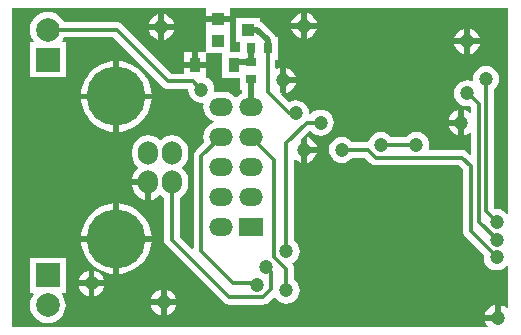
<source format=gtl>
%FSLAX44Y44*%
%MOMM*%
G71*
G01*
G75*
G04 Layer_Physical_Order=1*
G04 Layer_Color=255*
%ADD10R,0.9100X1.2200*%
%ADD11R,1.0000X1.0000*%
%ADD12R,0.8000X0.9000*%
%ADD13R,0.9000X0.8000*%
%ADD14C,0.3000*%
%ADD15C,0.5000*%
%ADD16O,2.0000X1.5000*%
%ADD17R,2.0000X1.5000*%
%ADD18O,1.7000X2.0000*%
%ADD19C,5.0000*%
%ADD20C,2.0000*%
%ADD21R,2.0000X2.0000*%
%ADD22C,1.2000*%
G36*
X920000Y596013D02*
X918797Y595605D01*
X917845Y596845D01*
X915547Y598609D01*
X912872Y599717D01*
X910000Y600095D01*
X908511Y599899D01*
X907556Y600736D01*
Y701165D01*
X908845Y702155D01*
X910609Y704453D01*
X911717Y707128D01*
X912095Y710000D01*
X911717Y712872D01*
X910609Y715547D01*
X908845Y717845D01*
X906547Y719609D01*
X903872Y720717D01*
X901000Y721095D01*
X898128Y720717D01*
X895453Y719609D01*
X893155Y717845D01*
X891392Y715547D01*
X890283Y712872D01*
X889905Y710000D01*
X890035Y709011D01*
X889028Y708238D01*
X887872Y708717D01*
X885000Y709095D01*
X882128Y708717D01*
X879453Y707608D01*
X877155Y705845D01*
X875391Y703547D01*
X874283Y700872D01*
X873905Y698000D01*
X874283Y695128D01*
X875391Y692453D01*
X877155Y690155D01*
X879453Y688391D01*
X882128Y687283D01*
X885000Y686905D01*
X887495Y687234D01*
X888444Y686284D01*
Y681822D01*
X887305Y681260D01*
X885547Y682608D01*
X882872Y683717D01*
X882500Y683766D01*
Y672998D01*
Y662234D01*
X882872Y662283D01*
X885547Y663391D01*
X887305Y664740D01*
X888444Y664178D01*
Y646487D01*
X887271Y646001D01*
X885136Y648136D01*
X883778Y649178D01*
X882852Y649561D01*
X882197Y649833D01*
X880500Y650056D01*
X853416D01*
X852710Y651112D01*
X852717Y651128D01*
X853095Y654000D01*
X852717Y656872D01*
X851609Y659547D01*
X849845Y661845D01*
X847548Y663608D01*
X844872Y664717D01*
X842000Y665095D01*
X839128Y664717D01*
X836452Y663608D01*
X834155Y661845D01*
X833166Y660556D01*
X820835D01*
X819845Y661845D01*
X817548Y663608D01*
X814872Y664717D01*
X812000Y665095D01*
X809128Y664717D01*
X806452Y663608D01*
X804155Y661845D01*
X802392Y659547D01*
X801283Y656872D01*
X801240Y656543D01*
X801152Y656555D01*
X787833D01*
X786844Y657844D01*
X784546Y659607D01*
X781870Y660715D01*
X778998Y661094D01*
X776127Y660715D01*
X773451Y659607D01*
X771153Y657844D01*
X769390Y655546D01*
X768282Y652870D01*
X767904Y649999D01*
X768282Y647127D01*
X769390Y644451D01*
X771153Y642153D01*
X773451Y640390D01*
X776127Y639282D01*
X778998Y638904D01*
X781870Y639282D01*
X784546Y640390D01*
X786844Y642153D01*
X787833Y643443D01*
X798437D01*
X803015Y638864D01*
X804373Y637822D01*
X805491Y637359D01*
X805954Y637167D01*
X807651Y636944D01*
X877784D01*
X881444Y633284D01*
Y581000D01*
X881667Y579303D01*
X881995Y578513D01*
X882322Y577722D01*
X883364Y576364D01*
X899117Y560611D01*
X898905Y559000D01*
X899283Y556128D01*
X900391Y553452D01*
X902155Y551155D01*
X904453Y549392D01*
X907128Y548283D01*
X910000Y547905D01*
X912872Y548283D01*
X915547Y549392D01*
X917845Y551155D01*
X918797Y552396D01*
X920000Y551987D01*
Y516237D01*
X918845Y515845D01*
X916547Y517608D01*
X913872Y518717D01*
X913500Y518766D01*
Y507998D01*
X911003D01*
Y505500D01*
X900234D01*
X900283Y505128D01*
X901392Y502453D01*
X902399Y501139D01*
X901838Y500000D01*
X500000D01*
Y770000D01*
X664000D01*
Y763500D01*
X684000D01*
Y770000D01*
X920000D01*
Y596013D01*
D02*
G37*
%LPC*%
G36*
X585500Y604696D02*
X583293Y604522D01*
X578701Y603420D01*
X574338Y601613D01*
X570312Y599146D01*
X566721Y596079D01*
X563654Y592488D01*
X561187Y588462D01*
X559380Y584099D01*
X558278Y579507D01*
X558104Y577300D01*
X585500D01*
Y604696D01*
D02*
G37*
G36*
X590500D02*
Y577300D01*
X617896D01*
X617722Y579507D01*
X616620Y584099D01*
X614813Y588462D01*
X612346Y592488D01*
X609279Y596079D01*
X605688Y599146D01*
X601662Y601613D01*
X597299Y603420D01*
X592707Y604522D01*
X590500Y604696D01*
D02*
G37*
G36*
X585500Y572300D02*
X558104D01*
X558278Y570093D01*
X559380Y565501D01*
X561187Y561138D01*
X563654Y557112D01*
X566721Y553521D01*
X570312Y550454D01*
X574338Y547987D01*
X578701Y546180D01*
X583293Y545078D01*
X585500Y544904D01*
Y572300D01*
D02*
G37*
G36*
X617896D02*
X590500D01*
Y544904D01*
X592707Y545078D01*
X597299Y546180D01*
X601662Y547987D01*
X605688Y550454D01*
X609279Y553521D01*
X612346Y557112D01*
X614813Y561138D01*
X616620Y565501D01*
X617722Y570093D01*
X617896Y572300D01*
D02*
G37*
G36*
X612600Y620000D02*
X601615D01*
X601948Y617476D01*
X603308Y614192D01*
X605472Y611372D01*
X608292Y609208D01*
X611576Y607848D01*
X612600Y607713D01*
Y620000D01*
D02*
G37*
G36*
X530000Y766773D02*
X527060Y766483D01*
X524232Y765625D01*
X521626Y764232D01*
X519342Y762358D01*
X517468Y760074D01*
X516075Y757468D01*
X515217Y754641D01*
X514927Y751700D01*
X515217Y748760D01*
X516075Y745932D01*
X517468Y743326D01*
X518188Y742448D01*
X517645Y741300D01*
X515000D01*
Y711300D01*
X545000D01*
Y741300D01*
X542355D01*
X541812Y742448D01*
X542532Y743326D01*
X543504Y745144D01*
X585584D01*
X627364Y703364D01*
X628722Y702322D01*
X629306Y702080D01*
X630303Y701667D01*
X632000Y701444D01*
X648513D01*
X648904Y700999D01*
X649282Y698127D01*
X650390Y695451D01*
X652153Y693153D01*
X654451Y691390D01*
X657127Y690282D01*
X659999Y689904D01*
X660927Y690026D01*
X661825Y689128D01*
X661492Y686600D01*
X661922Y683337D01*
X663181Y680296D01*
X665185Y677685D01*
X667796Y675681D01*
X670563Y674535D01*
Y673265D01*
X667796Y672119D01*
X665185Y670115D01*
X663181Y667504D01*
X661922Y664463D01*
X661492Y661200D01*
X661922Y657937D01*
X662550Y656421D01*
X655364Y649236D01*
X654322Y647878D01*
X653995Y647087D01*
X653667Y646297D01*
X653444Y644600D01*
Y566487D01*
X652271Y566001D01*
X641656Y576616D01*
Y609103D01*
X641908Y609208D01*
X644728Y611372D01*
X646892Y614192D01*
X648252Y617476D01*
X648717Y621000D01*
Y624000D01*
X648252Y627524D01*
X646892Y630808D01*
X644728Y633628D01*
X643768Y634365D01*
Y635635D01*
X644728Y636372D01*
X646892Y639192D01*
X648252Y642476D01*
X648717Y646000D01*
Y649000D01*
X648252Y652524D01*
X646892Y655808D01*
X644728Y658628D01*
X641908Y660792D01*
X638624Y662152D01*
X635100Y662617D01*
X631576Y662152D01*
X628292Y660792D01*
X625472Y658628D01*
X624728D01*
X621908Y660792D01*
X618624Y662152D01*
X615100Y662617D01*
X611576Y662152D01*
X608292Y660792D01*
X605472Y658628D01*
X603308Y655808D01*
X601948Y652524D01*
X601483Y649000D01*
Y646000D01*
X601948Y642476D01*
X603308Y639192D01*
X605472Y636372D01*
X606432Y635635D01*
Y634365D01*
X605472Y633628D01*
X603308Y630808D01*
X601948Y627524D01*
X601615Y625000D01*
X615103D01*
Y622503D01*
X617600D01*
Y607713D01*
X618624Y607848D01*
X621908Y609208D01*
X624728Y611372D01*
X625472D01*
X628292Y609208D01*
X628544Y609103D01*
Y573900D01*
X628767Y572203D01*
X629039Y571548D01*
X629422Y570622D01*
X630464Y569264D01*
X678864Y520864D01*
X680222Y519822D01*
X680806Y519580D01*
X681803Y519167D01*
X683500Y518944D01*
X712500D01*
X714197Y519167D01*
X714852Y519439D01*
X715778Y519822D01*
X717136Y520864D01*
X721421Y525149D01*
X722688Y525066D01*
X724155Y523155D01*
X726452Y521391D01*
X729128Y520283D01*
X732000Y519905D01*
X734872Y520283D01*
X737548Y521391D01*
X739845Y523155D01*
X741609Y525452D01*
X742717Y528128D01*
X743095Y531000D01*
X742717Y533872D01*
X741609Y536548D01*
X739845Y538845D01*
X738556Y539835D01*
Y549151D01*
X738333Y550848D01*
X738005Y551638D01*
X737678Y552429D01*
X736636Y553787D01*
X736685Y554034D01*
X737548Y554392D01*
X739845Y556155D01*
X741609Y558452D01*
X742717Y561128D01*
X743095Y564000D01*
X742717Y566872D01*
X741609Y569548D01*
X739845Y571845D01*
X738556Y572835D01*
Y641178D01*
X739695Y641740D01*
X741453Y640391D01*
X744128Y639283D01*
X744500Y639234D01*
Y649997D01*
Y659228D01*
X746272Y661000D01*
X747000Y661095D01*
X746791Y661519D01*
X751289Y666018D01*
X752557Y665934D01*
X753155Y665155D01*
X755452Y663391D01*
X758128Y662283D01*
X761000Y661905D01*
X763872Y662283D01*
X766547Y663391D01*
X768845Y665155D01*
X770609Y667453D01*
X771717Y670128D01*
X772095Y673000D01*
X771717Y675872D01*
X770609Y678547D01*
X768845Y680845D01*
X766547Y682608D01*
X763872Y683717D01*
X761000Y684095D01*
X758128Y683717D01*
X755452Y682608D01*
X753155Y680845D01*
X752636Y680169D01*
X751367Y680128D01*
X751031Y680511D01*
X751095Y681000D01*
X750717Y683872D01*
X749609Y686547D01*
X747845Y688845D01*
X745547Y690609D01*
X742872Y691717D01*
X740000Y692095D01*
X737128Y691717D01*
X734453Y690609D01*
X734006Y690266D01*
X727364Y696908D01*
X727926Y698046D01*
X726500Y698234D01*
Y708997D01*
Y719766D01*
X726128Y719717D01*
X723612Y718674D01*
X722556Y719380D01*
Y726500D01*
X725000D01*
Y745500D01*
X723082D01*
X722904Y745932D01*
X722551Y746782D01*
X721349Y748349D01*
X721349Y748349D01*
X712849Y756849D01*
X711282Y758051D01*
X710748Y758272D01*
X709500Y758790D01*
Y761500D01*
X689500D01*
Y741500D01*
X693000D01*
Y733100D01*
X684000D01*
Y751000D01*
Y758500D01*
X664000D01*
Y751000D01*
Y733100D01*
X657150D01*
Y724500D01*
X664200D01*
Y732000D01*
X677800D01*
Y710900D01*
X692500D01*
Y701000D01*
X694435D01*
Y698032D01*
X693196Y697519D01*
X690585Y695515D01*
X689935Y694668D01*
X688665D01*
X688015Y695515D01*
X685404Y697519D01*
X682363Y698778D01*
X679100Y699208D01*
X674100D01*
X671835Y698910D01*
X670937Y699808D01*
X671094Y700999D01*
X670715Y703870D01*
X669607Y706546D01*
X667844Y708844D01*
X665546Y710607D01*
X664200Y711165D01*
Y719500D01*
X645100D01*
Y714556D01*
X634716D01*
X592936Y756336D01*
X591578Y757378D01*
X590652Y757761D01*
X589997Y758033D01*
X588300Y758256D01*
X543504D01*
X542532Y760074D01*
X540658Y762358D01*
X538374Y764232D01*
X535768Y765625D01*
X532940Y766483D01*
X530000Y766773D01*
D02*
G37*
G36*
X877500Y670500D02*
X869234D01*
X869283Y670128D01*
X870391Y667453D01*
X872155Y665155D01*
X874453Y663391D01*
X877128Y662283D01*
X877500Y662234D01*
Y670500D01*
D02*
G37*
G36*
X757766Y647500D02*
X749500D01*
Y639234D01*
X749872Y639283D01*
X752547Y640391D01*
X754845Y642155D01*
X756609Y644453D01*
X757717Y647128D01*
X757766Y647500D01*
D02*
G37*
G36*
X749500Y660766D02*
Y652500D01*
X757766D01*
X757717Y652872D01*
X756609Y655547D01*
X754845Y657845D01*
X752547Y659609D01*
X749872Y660717D01*
X749500Y660766D01*
D02*
G37*
G36*
X569500Y547766D02*
Y539500D01*
X577766D01*
X577717Y539872D01*
X576609Y542547D01*
X574845Y544845D01*
X572547Y546609D01*
X569872Y547717D01*
X569500Y547766D01*
D02*
G37*
G36*
X638766Y518500D02*
X630500D01*
Y510234D01*
X630872Y510283D01*
X633547Y511391D01*
X635845Y513155D01*
X637608Y515453D01*
X638717Y518128D01*
X638766Y518500D01*
D02*
G37*
G36*
X908500Y518766D02*
X908128Y518717D01*
X905452Y517608D01*
X903155Y515845D01*
X901392Y513548D01*
X900283Y510872D01*
X900234Y510500D01*
X908500D01*
Y518766D01*
D02*
G37*
G36*
X545000Y558700D02*
X515000D01*
Y528700D01*
X517645D01*
X518188Y527552D01*
X517468Y526674D01*
X516075Y524068D01*
X515217Y521241D01*
X514927Y518300D01*
X515217Y515359D01*
X516075Y512532D01*
X517468Y509926D01*
X519342Y507642D01*
X521626Y505768D01*
X524232Y504375D01*
X527060Y503517D01*
X530000Y503227D01*
X532940Y503517D01*
X535768Y504375D01*
X538374Y505768D01*
X540658Y507642D01*
X542532Y509926D01*
X543925Y512532D01*
X544783Y515359D01*
X545073Y518300D01*
X544783Y521241D01*
X543925Y524068D01*
X542532Y526674D01*
X541812Y527552D01*
X542355Y528700D01*
X545000D01*
Y558700D01*
D02*
G37*
G36*
X625500Y518500D02*
X617234D01*
X617283Y518128D01*
X618391Y515453D01*
X620155Y513155D01*
X622453Y511391D01*
X625128Y510283D01*
X625500Y510234D01*
Y518500D01*
D02*
G37*
G36*
Y531766D02*
X625128Y531717D01*
X622453Y530608D01*
X620155Y528845D01*
X618391Y526547D01*
X617283Y523872D01*
X617234Y523500D01*
X625500D01*
Y531766D01*
D02*
G37*
G36*
X577766Y534500D02*
X569500D01*
Y526234D01*
X569872Y526283D01*
X572547Y527392D01*
X574845Y529155D01*
X576609Y531452D01*
X577717Y534128D01*
X577766Y534500D01*
D02*
G37*
G36*
X564500Y547766D02*
X564128Y547717D01*
X561453Y546609D01*
X559155Y544845D01*
X557392Y542547D01*
X556283Y539872D01*
X556234Y539500D01*
X564500D01*
Y547766D01*
D02*
G37*
G36*
X630500Y531766D02*
Y523500D01*
X638766D01*
X638717Y523872D01*
X637608Y526547D01*
X635845Y528845D01*
X633547Y530608D01*
X630872Y531717D01*
X630500Y531766D01*
D02*
G37*
G36*
X564500Y534500D02*
X556234D01*
X556283Y534128D01*
X557392Y531452D01*
X559155Y529155D01*
X561453Y527392D01*
X564128Y526283D01*
X564500Y526234D01*
Y534500D01*
D02*
G37*
G36*
X585500Y692700D02*
X558104D01*
X558278Y690492D01*
X559380Y685901D01*
X561187Y681538D01*
X563654Y677512D01*
X566721Y673921D01*
X570312Y670854D01*
X574338Y668387D01*
X578701Y666580D01*
X583293Y665478D01*
X585500Y665304D01*
Y692700D01*
D02*
G37*
G36*
X757766Y752500D02*
X749500D01*
Y744234D01*
X749872Y744283D01*
X752547Y745391D01*
X754845Y747155D01*
X756609Y749453D01*
X757717Y752128D01*
X757766Y752500D01*
D02*
G37*
G36*
X882500Y752766D02*
X882128Y752717D01*
X879453Y751609D01*
X877155Y749845D01*
X875391Y747548D01*
X874283Y744872D01*
X874234Y744500D01*
X882500D01*
Y752766D01*
D02*
G37*
G36*
X636766Y751500D02*
X628500D01*
Y743234D01*
X628872Y743283D01*
X631547Y744391D01*
X633845Y746155D01*
X635608Y748453D01*
X636717Y751128D01*
X636766Y751500D01*
D02*
G37*
G36*
X744500Y752500D02*
X736234D01*
X736283Y752128D01*
X737392Y749453D01*
X739155Y747155D01*
X741453Y745391D01*
X744128Y744283D01*
X744500Y744234D01*
Y752500D01*
D02*
G37*
G36*
X887500Y752766D02*
Y744500D01*
X895766D01*
X895717Y744872D01*
X894609Y747548D01*
X892845Y749845D01*
X890547Y751609D01*
X887872Y752717D01*
X887500Y752766D01*
D02*
G37*
G36*
X744500Y765766D02*
X744128Y765717D01*
X741453Y764609D01*
X739155Y762845D01*
X737392Y760547D01*
X736283Y757872D01*
X736234Y757500D01*
X744500D01*
Y765766D01*
D02*
G37*
G36*
X749500D02*
Y757500D01*
X757766D01*
X757717Y757872D01*
X756609Y760547D01*
X754845Y762845D01*
X752547Y764609D01*
X749872Y765717D01*
X749500Y765766D01*
D02*
G37*
G36*
X623500Y764766D02*
X623128Y764717D01*
X620453Y763608D01*
X618155Y761845D01*
X616391Y759547D01*
X615283Y756872D01*
X615234Y756500D01*
X623500D01*
Y764766D01*
D02*
G37*
G36*
X628500D02*
Y756500D01*
X636766D01*
X636717Y756872D01*
X635608Y759547D01*
X633845Y761845D01*
X631547Y763608D01*
X628872Y764717D01*
X628500Y764766D01*
D02*
G37*
G36*
X623500Y751500D02*
X615234D01*
X615283Y751128D01*
X616391Y748453D01*
X618155Y746155D01*
X620453Y744391D01*
X623128Y743283D01*
X623500Y743234D01*
Y751500D01*
D02*
G37*
G36*
X585500Y725096D02*
X583293Y724922D01*
X578701Y723820D01*
X574338Y722013D01*
X570312Y719546D01*
X566721Y716479D01*
X563654Y712888D01*
X561187Y708862D01*
X559380Y704499D01*
X558278Y699908D01*
X558104Y697700D01*
X585500D01*
Y725096D01*
D02*
G37*
G36*
X590500D02*
Y697700D01*
X617896D01*
X617722Y699908D01*
X616620Y704499D01*
X614813Y708862D01*
X612346Y712888D01*
X609279Y716479D01*
X605688Y719546D01*
X601662Y722013D01*
X597299Y723820D01*
X592707Y724922D01*
X590500Y725096D01*
D02*
G37*
G36*
X617896Y692700D02*
X590500D01*
Y665304D01*
X592707Y665478D01*
X597299Y666580D01*
X601662Y668387D01*
X605688Y670854D01*
X609279Y673921D01*
X612346Y677512D01*
X614813Y681538D01*
X616620Y685901D01*
X617722Y690492D01*
X617896Y692700D01*
D02*
G37*
G36*
X877500Y683766D02*
X877128Y683717D01*
X874453Y682608D01*
X872155Y680845D01*
X870391Y678547D01*
X869283Y675872D01*
X869234Y675500D01*
X877500D01*
Y683766D01*
D02*
G37*
G36*
X739766Y706500D02*
X731500D01*
Y698234D01*
X731872Y698283D01*
X734547Y699391D01*
X736845Y701155D01*
X738608Y703453D01*
X739717Y706128D01*
X739766Y706500D01*
D02*
G37*
G36*
X882500Y739500D02*
X874234D01*
X874283Y739128D01*
X875391Y736452D01*
X877155Y734155D01*
X879453Y732392D01*
X882128Y731283D01*
X882500Y731234D01*
Y739500D01*
D02*
G37*
G36*
X895766D02*
X887500D01*
Y731234D01*
X887872Y731283D01*
X890547Y732392D01*
X892845Y734155D01*
X894609Y736452D01*
X895717Y739128D01*
X895766Y739500D01*
D02*
G37*
G36*
X731500Y719766D02*
Y711500D01*
X739766D01*
X739717Y711872D01*
X738608Y714548D01*
X736845Y716845D01*
X734547Y718608D01*
X731872Y719717D01*
X731500Y719766D01*
D02*
G37*
G36*
X652150Y733100D02*
X645100D01*
Y724500D01*
X652150D01*
Y733100D01*
D02*
G37*
%LPD*%
D10*
X687350Y722000D02*
D03*
X654650D02*
D03*
D11*
X674000Y761000D02*
D03*
Y742000D02*
D03*
X699500Y751500D02*
D03*
D12*
X716000Y736000D02*
D03*
X702000D02*
D03*
D13*
X702000Y724000D02*
D03*
Y710000D02*
D03*
D14*
X749000Y673000D02*
X761000D01*
X732000Y656000D02*
X749000Y673000D01*
X732000Y564000D02*
Y656000D01*
X734000Y681000D02*
X740000D01*
X716000Y699000D02*
X734000Y681000D01*
X716000Y699000D02*
Y736000D01*
X635100Y573900D02*
Y622500D01*
Y573900D02*
X683500Y525500D01*
X712500D01*
X719000Y532000D01*
Y546997D01*
X714999Y550999D02*
X719000Y546997D01*
X714999Y550999D02*
X715999D01*
X687000Y537000D02*
X707000D01*
X660000Y564000D02*
X687000Y537000D01*
X660000Y564000D02*
Y644600D01*
X530000Y751700D02*
X588300D01*
X632000Y708000D01*
X652997D01*
X659999Y700999D01*
X702000Y661200D02*
X721500Y641700D01*
Y559651D02*
Y641700D01*
Y559651D02*
X732000Y549151D01*
Y531000D02*
Y549151D01*
X660000Y644600D02*
X676600Y661200D01*
X888000Y581000D02*
X910000Y559000D01*
X888000Y581000D02*
Y636000D01*
X880500Y643500D02*
X888000Y636000D01*
X807651Y643500D02*
X880500D01*
X801152Y649999D02*
X807651Y643500D01*
X778998Y649999D02*
X801152D01*
X810000Y654000D02*
X812000D01*
X810000Y654000D02*
X810000Y654000D01*
X885000Y698000D02*
X886000D01*
X895000Y689000D01*
Y589151D02*
Y689000D01*
Y589151D02*
X910000Y574151D01*
Y574000D02*
Y574151D01*
X901000Y598000D02*
X910000Y589000D01*
X901000Y598000D02*
Y710000D01*
X842000Y654000D02*
X842000Y654000D01*
X810000Y654000D02*
X842000D01*
D15*
X716000Y736000D02*
Y743000D01*
X707500Y751500D02*
X716000Y743000D01*
X699500Y751500D02*
X707500D01*
X687350Y722000D02*
X689350Y724000D01*
X702000D01*
X702000Y736000D02*
X702000Y736000D01*
Y724000D02*
Y736000D01*
X702000Y710000D02*
X702000Y710000D01*
X702000Y686600D02*
Y710000D01*
D16*
X676600Y686600D02*
D03*
X702000D02*
D03*
X676600Y661200D02*
D03*
X702000D02*
D03*
X676600Y635800D02*
D03*
X702000D02*
D03*
X676600Y610400D02*
D03*
X702000D02*
D03*
X676600Y585000D02*
D03*
D17*
X702000D02*
D03*
D18*
X615100Y622500D02*
D03*
Y647500D02*
D03*
X635100D02*
D03*
Y622500D02*
D03*
D19*
X588000Y574800D02*
D03*
Y695200D02*
D03*
D20*
X530000Y751700D02*
D03*
Y518300D02*
D03*
D21*
Y726300D02*
D03*
Y543700D02*
D03*
D22*
X567000Y537000D02*
D03*
X626000Y754000D02*
D03*
X628000Y521000D02*
D03*
X880000Y673000D02*
D03*
X911000Y508000D02*
D03*
X747000Y650000D02*
D03*
X885000Y742000D02*
D03*
X747000Y755000D02*
D03*
X729000Y709000D02*
D03*
X659999Y700999D02*
D03*
X714999Y550999D02*
D03*
X707000Y536000D02*
D03*
X740000Y681000D02*
D03*
X732000Y531000D02*
D03*
Y564000D02*
D03*
X761000Y673000D02*
D03*
X778998Y649999D02*
D03*
X812000Y654000D02*
D03*
X901000Y710000D02*
D03*
X885000Y698000D02*
D03*
X910000Y589000D02*
D03*
Y574000D02*
D03*
Y559000D02*
D03*
X842000Y654000D02*
D03*
M02*

</source>
